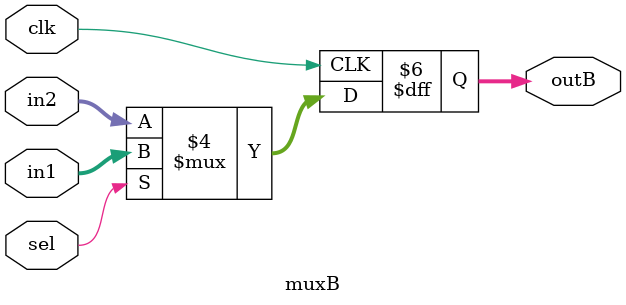
<source format=v>
module muxB(
    input clk,
    input [31:0] in1,
    input [31:0] in2,
    input sel,
    output reg [31:0] outB
);

always @(posedge clk) begin
    if (sel == 1'b1) begin
        outB <= in1;
    end
    else begin
        outB <= in2;
    end
end

endmodule

</source>
